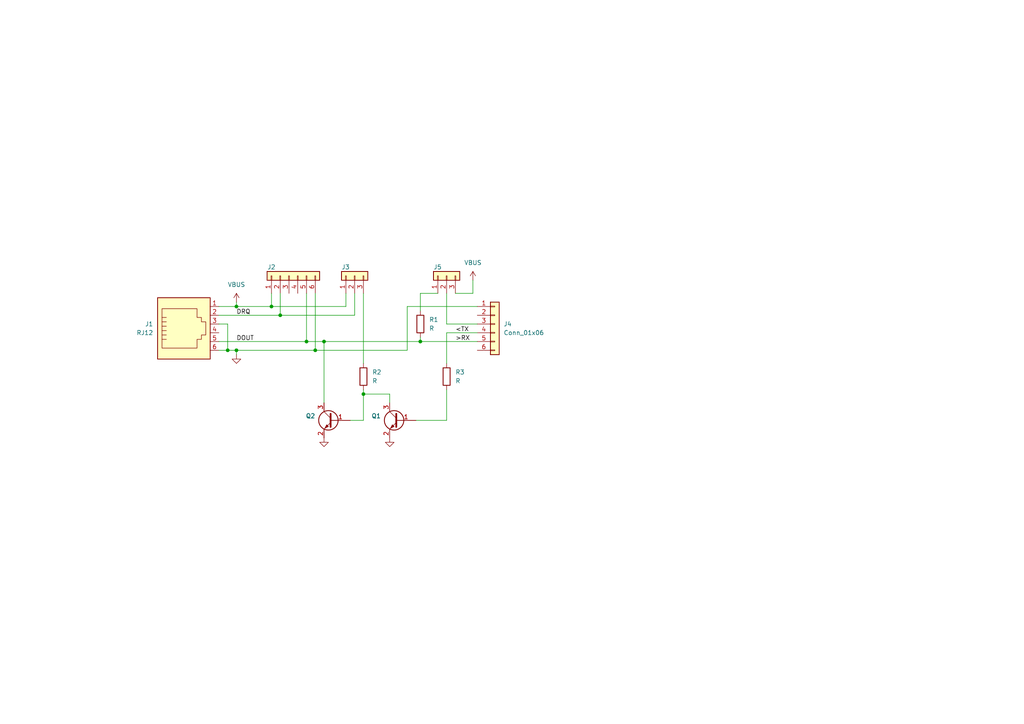
<source format=kicad_sch>
(kicad_sch (version 20230121) (generator eeschema)
  (paper "A4")
  (lib_symbols
    (symbol "Connector:RJ12" (pin_names (offset 1.016))
      (property "Reference" "J" (at -5.08 11.43 0))
      (property "Value" "RJ12" (at 2.54 11.43 0))
      (symbol "RJ12_0_1"
        (polyline (pts (xy -6.35 -1.905) (xy -5.08 -1.905) (xy -5.08 -1.905)))
        (polyline (pts (xy -6.35 -0.635) (xy -5.08 -0.635) (xy -5.08 -0.635)))
        (polyline (pts (xy -6.35 0.635) (xy -5.08 0.635) (xy -5.08 0.635)))
        (polyline (pts (xy -6.35 1.905) (xy -5.08 1.905) (xy -5.08 1.905)))
        (polyline (pts (xy -6.35 3.175) (xy -5.08 3.175) (xy -5.08 3.175)))
        (polyline (pts (xy -5.08 4.445) (xy -6.35 4.445) (xy -6.35 4.445)))
        (polyline (pts (xy -6.35 -4.445) (xy -6.35 6.985) (xy 3.81 6.985) (xy 3.81 4.445) (xy 5.08 4.445) (xy 5.08 3.175) (xy 6.35 3.175) (xy 6.35 -0.635) (xy 5.08 -0.635) (xy 5.08 -1.905) (xy 3.81 -1.905) (xy 3.81 -4.445) (xy -6.35 -4.445) (xy -6.35 -4.445)))
        (rectangle (start 7.62 10.16) (end -7.62 -7.62) (stroke (width 0.254)) (fill (type background)))
      )
      (symbol "RJ12_1_1"
        (pin passive line (at 10.16 -5.08 180) (length 2.54) (name "~") (number "1"))
        (pin passive line (at 10.16 -2.54 180) (length 2.54) (name "~") (number "2"))
        (pin passive line (at 10.16 0 180) (length 2.54) (name "~") (number "3"))
        (pin passive line (at 10.16 2.54 180) (length 2.54) (name "~") (number "4"))
        (pin passive line (at 10.16 5.08 180) (length 2.54) (name "~") (number "5"))
        (pin passive line (at 10.16 7.62 180) (length 2.54) (name "~") (number "6"))
      )
    )
    (symbol "Connector_Generic:Conn_01x03" (pin_names (offset 1.016) hide)
      (property "Reference" "J" (at 0 5.08 0))
      (property "Value" "Conn_01x03" (at 0 -5.08 0))
      (symbol "Conn_01x03_1_1"
        (rectangle (start -1.27 -2.413) (end 0 -2.667) (stroke (width 0.1524)))
        (rectangle (start -1.27 0.127) (end 0 -0.127) (stroke (width 0.1524)))
        (rectangle (start -1.27 2.667) (end 0 2.413) (stroke (width 0.1524)))
        (rectangle (start -1.27 3.81) (end 1.27 -3.81) (stroke (width 0.254)) (fill (type background)))
        (pin passive line (at -5.08 2.54 0) (length 3.81) (name "Pin_1") (number "1"))
        (pin passive line (at -5.08 0 0) (length 3.81) (name "Pin_2") (number "2"))
        (pin passive line (at -5.08 -2.54 0) (length 3.81) (name "Pin_3") (number "3"))
      )
    )
    (symbol "Connector_Generic:Conn_01x06" (pin_names (offset 1.016) hide)
      (property "Reference" "J" (at 0 7.62 0))
      (property "Value" "Conn_01x06" (at 0 -10.16 0))
      (symbol "Conn_01x06_1_1"
        (rectangle (start -1.27 -7.493) (end 0 -7.747) (stroke (width 0.1524)))
        (rectangle (start -1.27 -4.953) (end 0 -5.207) (stroke (width 0.1524)))
        (rectangle (start -1.27 -2.413) (end 0 -2.667) (stroke (width 0.1524)))
        (rectangle (start -1.27 0.127) (end 0 -0.127) (stroke (width 0.1524)))
        (rectangle (start -1.27 2.667) (end 0 2.413) (stroke (width 0.1524)))
        (rectangle (start -1.27 5.207) (end 0 4.953) (stroke (width 0.1524)))
        (rectangle (start -1.27 6.35) (end 1.27 -8.89) (stroke (width 0.254)) (fill (type background)))
        (pin passive line (at -5.08 5.08 0) (length 3.81) (name "Pin_1") (number "1"))
        (pin passive line (at -5.08 2.54 0) (length 3.81) (name "Pin_2") (number "2"))
        (pin passive line (at -5.08 0 0) (length 3.81) (name "Pin_3") (number "3"))
        (pin passive line (at -5.08 -2.54 0) (length 3.81) (name "Pin_4") (number "4"))
        (pin passive line (at -5.08 -5.08 0) (length 3.81) (name "Pin_5") (number "5"))
        (pin passive line (at -5.08 -7.62 0) (length 3.81) (name "Pin_6") (number "6"))
      )
    )
    (symbol "Device:R" (pin_numbers hide) (pin_names (offset 0))
      (property "Reference" "R" (at 2.032 0 90))
      (property "Value" "R" (at 0 0 90))
      (symbol "R_0_1"
        (rectangle (start -1.016 -2.54) (end 1.016 2.54) (stroke (width 0.254)))
      )
      (symbol "R_1_1"
        (pin passive line (at 0 3.81 270) (length 1.27) (name "~") (number "1"))
        (pin passive line (at 0 -3.81 90) (length 1.27) (name "~") (number "2"))
      )
    )
    (symbol "Transistor_BJT:MMBT3904" (pin_names (offset 0) hide)
      (property "Reference" "Q" (at 5.08 1.905 0))
      (property "Value" "MMBT3904" (at 5.08 0 0))
      (symbol "MMBT3904_0_1"
        (polyline (pts (xy 0.635 0.635) (xy 2.54 2.54)))
        (polyline (pts (xy 0.635 -0.635) (xy 2.54 -2.54) (xy 2.54 -2.54)))
        (polyline (pts (xy 0.635 1.905) (xy 0.635 -1.905) (xy 0.635 -1.905)) (stroke (width 0.508)))
        (polyline (pts (xy 1.27 -1.778) (xy 1.778 -1.27) (xy 2.286 -2.286) (xy 1.27 -1.778) (xy 1.27 -1.778)) (fill (type outline)))
        (circle (center 1.27 0) (radius 2.8194) (stroke (width 0.254)))
      )
      (symbol "MMBT3904_1_1"
        (pin input line (at -5.08 0 0) (length 5.715) (name "B") (number "1"))
        (pin passive line (at 2.54 -5.08 90) (length 2.54) (name "E") (number "2"))
        (pin passive line (at 2.54 5.08 270) (length 2.54) (name "C") (number "3"))
      )
    )
    (symbol "power:GND" (power) (pin_names (offset 0))
      (property "Value" "GND" (at 0 -3.81 0))
      (symbol "GND_0_1"
        (polyline (pts (xy 0 0) (xy 0 -1.27) (xy 1.27 -1.27) (xy 0 -2.54) (xy -1.27 -1.27) (xy 0 -1.27)))
      )
      (symbol "GND_1_1"
        (pin power_in line (at 0 0 270) (length 0) hide (name "GND") (number "1"))
      )
    )
    (symbol "power:VBUS" (power) (pin_names (offset 0))
      (property "Value" "VBUS" (at 0 3.81 0))
      (symbol "VBUS_0_1"
        (polyline (pts (xy -0.762 1.27) (xy 0 2.54)))
        (polyline (pts (xy 0 0) (xy 0 2.54)))
        (polyline (pts (xy 0 2.54) (xy 0.762 1.27)))
      )
      (symbol "VBUS_1_1"
        (pin power_in line (at 0 0 90) (length 0) hide (name "VBUS") (number "1"))
      )
    )
  )
  (junction (at 78.74 88.9))
  (junction (at 91.44 101.6))
  (junction (at 93.98 99.06))
  (junction (at 68.58 88.9))
  (junction (at 88.9 99.06))
  (junction (at 81.28 91.44))
  (junction (at 121.92 99.06))
  (junction (at 66.04 101.6))
  (junction (at 105.41 114.3))
  (junction (at 68.58 101.6))
  (wire (pts (xy 113.03 116.84) (xy 113.03 114.3)))
  (wire (pts (xy 129.54 85.09) (xy 129.54 93.98)))
  (wire (pts (xy 137.16 85.09) (xy 137.16 81.28)))
  (wire (pts (xy 129.54 121.92) (xy 129.54 113.03)))
  (wire (pts (xy 88.9 85.09) (xy 88.9 99.06)))
  (wire (pts (xy 102.87 91.44) (xy 81.28 91.44)))
  (wire (pts (xy 113.03 114.3) (xy 105.41 114.3)))
  (wire (pts (xy 91.44 85.09) (xy 91.44 101.6)))
  (wire (pts (xy 63.5 88.9) (xy 68.58 88.9)))
  (wire (pts (xy 66.04 93.98) (xy 63.5 93.98)))
  (wire (pts (xy 68.58 102.87) (xy 68.58 101.6)))
  (wire (pts (xy 68.58 101.6) (xy 91.44 101.6)))
  (wire (pts (xy 100.33 85.09) (xy 100.33 88.9)))
  (wire (pts (xy 68.58 88.9) (xy 78.74 88.9)))
  (wire (pts (xy 63.5 91.44) (xy 81.28 91.44)))
  (wire (pts (xy 105.41 113.03) (xy 105.41 114.3)))
  (wire (pts (xy 101.6 121.92) (xy 105.41 121.92)))
  (wire (pts (xy 127 85.09) (xy 121.92 85.09)))
  (wire (pts (xy 120.65 121.92) (xy 129.54 121.92)))
  (wire (pts (xy 68.58 87.63) (xy 68.58 88.9)))
  (wire (pts (xy 138.43 88.9) (xy 118.11 88.9)))
  (wire (pts (xy 93.98 99.06) (xy 121.92 99.06)))
  (wire (pts (xy 66.04 101.6) (xy 63.5 101.6)))
  (wire (pts (xy 88.9 99.06) (xy 93.98 99.06)))
  (wire (pts (xy 100.33 88.9) (xy 78.74 88.9)))
  (wire (pts (xy 129.54 96.52) (xy 138.43 96.52)))
  (wire (pts (xy 105.41 114.3) (xy 105.41 121.92)))
  (wire (pts (xy 121.92 99.06) (xy 138.43 99.06)))
  (wire (pts (xy 63.5 99.06) (xy 88.9 99.06)))
  (wire (pts (xy 121.92 99.06) (xy 121.92 97.79)))
  (wire (pts (xy 121.92 85.09) (xy 121.92 90.17)))
  (wire (pts (xy 81.28 85.09) (xy 81.28 91.44)))
  (wire (pts (xy 66.04 93.98) (xy 66.04 101.6)))
  (wire (pts (xy 102.87 85.09) (xy 102.87 91.44)))
  (wire (pts (xy 118.11 88.9) (xy 118.11 101.6)))
  (wire (pts (xy 138.43 93.98) (xy 129.54 93.98)))
  (wire (pts (xy 129.54 105.41) (xy 129.54 96.52)))
  (wire (pts (xy 118.11 101.6) (xy 91.44 101.6)))
  (wire (pts (xy 105.41 85.09) (xy 105.41 105.41)))
  (wire (pts (xy 68.58 101.6) (xy 66.04 101.6)))
  (wire (pts (xy 132.08 85.09) (xy 137.16 85.09)))
  (wire (pts (xy 93.98 99.06) (xy 93.98 116.84)))
  (wire (pts (xy 78.74 85.09) (xy 78.74 88.9)))
  (label "DRQ" (at 68.58 91.44 0))
  (label ">RX" (at 132.08 99.06 0))
  (label "DOUT" (at 68.58 99.06 0))
  (label "<TX" (at 132.08 96.52 0))
  (symbol (lib_id "Connector_Generic:Conn_01x03") (at 102.87 80.01 90) (unit 1)
    (property "Reference" "J3" (at 99.06 77.47 90) (effects (justify right)))
    (property "Value" "Conn_01x03" (effects hide))
  )
  (symbol (lib_id "Transistor_BJT:MMBT3904") (at 96.52 121.92 0) (mirror y) (unit 1)
    (property "Reference" "Q2" (at 91.44 120.65 0) (effects (justify left)))
    (property "Value" "MMBT3904" (effects hide))
    (property "Footprint" "Package_TO_SOT_SMD:SOT-23" (effects hide))
    (property "Datasheet" "https://www.onsemi.com/pdf/datasheet/pzt3904-d.pdf" (effects hide))
  )
  (symbol (lib_id "Device:R") (at 129.54 109.22 0) (unit 1)
    (property "Reference" "R3" (at 132.08 107.95 0) (effects (justify left)))
    (property "Value" "R" (at 132.08 110.49 0) (effects (justify left)))
  )
  (symbol (lib_id "power:VBUS") (at 137.16 81.28 0) (unit 1)
    (property "Reference" "#PWR03" (effects hide))
    (property "Value" "VBUS" (at 137.16 76.2 0))
  )
  (symbol (lib_id "Connector_Generic:Conn_01x03") (at 129.54 80.01 90) (unit 1)
    (property "Reference" "J5" (at 125.73 77.47 90) (effects (justify right)))
    (property "Value" "Conn_01x03" (effects hide))
  )
  (symbol (lib_id "Connector_Generic:Conn_01x06") (at 83.82 80.01 90) (unit 1)
    (property "Reference" "J2" (at 78.74 77.47 90))
    (property "Value" "Conn_01x06" (effects hide))
  )
  (symbol (lib_id "power:VBUS") (at 68.58 87.63 0) (unit 1)
    (property "Reference" "#PWR02" (effects hide))
    (property "Value" "VBUS" (at 68.58 82.55 0))
  )
  (symbol (lib_id "Transistor_BJT:MMBT3904") (at 115.57 121.92 0) (mirror y) (unit 1)
    (property "Reference" "Q1" (at 110.49 120.65 0) (effects (justify left)))
    (property "Value" "MMBT3904" (effects hide))
    (property "Footprint" "Package_TO_SOT_SMD:SOT-23" (effects hide))
    (property "Datasheet" "https://www.onsemi.com/pdf/datasheet/pzt3904-d.pdf" (effects hide))
  )
  (symbol (lib_id "Connector_Generic:Conn_01x06") (at 143.51 93.98 0) (unit 1)
    (property "Reference" "J4" (at 146.05 93.98 0) (effects (justify left)))
    (property "Value" "Conn_01x06" (at 146.05 96.52 0) (effects (justify left)))
  )
  (symbol (lib_id "Device:R") (at 121.92 93.98 0) (unit 1)
    (property "Reference" "R1" (at 124.46 92.71 0) (effects (justify left)))
    (property "Value" "R" (at 124.46 95.25 0) (effects (justify left)))
  )
  (symbol (lib_id "power:GND") (at 93.98 127 0) (unit 1)
    (property "Reference" "#PWR04" (effects hide))
    (property "Value" "GND" (effects hide))
  )
  (symbol (lib_id "Connector:RJ12") (at 53.34 93.98 0) (mirror x) (unit 1)
    (property "Reference" "J1" (at 44.45 93.98 0) (effects (justify right)))
    (property "Value" "RJ12" (at 44.45 96.52 0) (effects (justify right)))
  )
  (symbol (lib_id "power:GND") (at 68.58 102.87 0) (unit 1)
    (property "Reference" "#PWR01" (effects hide))
    (property "Value" "GND" (effects hide))
  )
  (symbol (lib_id "power:GND") (at 113.03 127 0) (unit 1)
    (property "Reference" "#PWR05" (effects hide))
    (property "Value" "GND" (effects hide))
  )
  (symbol (lib_id "Device:R") (at 105.41 109.22 0) (unit 1)
    (property "Reference" "R2" (at 107.95 107.95 0) (effects (justify left)))
    (property "Value" "R" (at 107.95 110.49 0) (effects (justify left)))
  )
)
</source>
